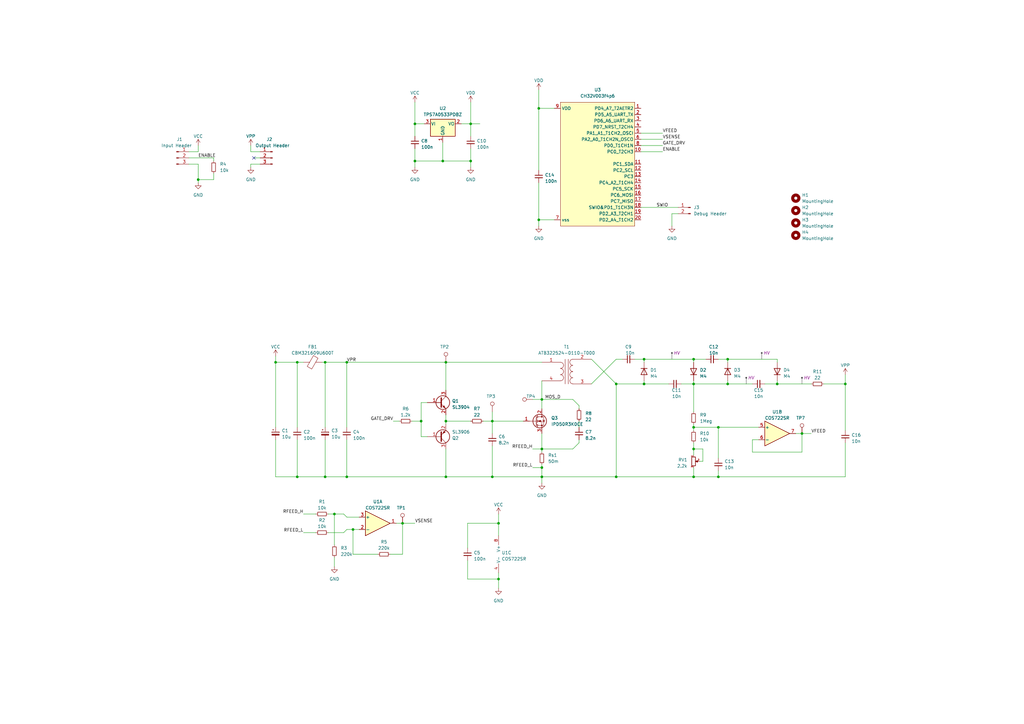
<source format=kicad_sch>
(kicad_sch (version 20230121) (generator eeschema)
  (paper "A3")
  (title_block (title "170V Boost converter and controller") (rev "V1") (company "Alessandro Mauri"))
  (lib_symbols
    (symbol "Amplifier_Operational:AD8620" (pin_names (offset 0.127))
      (property "Reference" "U" (at 0 5.08 0))
      (property "Value" "AD8620" (at 0 -5.08 0))
      (symbol "AD8620_1_1"
        (polyline (pts (xy -5.08 5.08) (xy 5.08 0) (xy -5.08 -5.08) (xy -5.08 5.08)) (stroke (width 0.254)) (fill (type background)))
        (pin output line (at 7.62 0 180) (length 2.54) (name "~") (number "1"))
        (pin input line (at -7.62 -2.54 0) (length 2.54) (name "-") (number "2"))
        (pin input line (at -7.62 2.54 0) (length 2.54) (name "+") (number "3"))
      )
      (symbol "AD8620_2_1"
        (polyline (pts (xy -5.08 5.08) (xy 5.08 0) (xy -5.08 -5.08) (xy -5.08 5.08)) (stroke (width 0.254)) (fill (type background)))
        (pin input line (at -7.62 2.54 0) (length 2.54) (name "+") (number "5"))
        (pin input line (at -7.62 -2.54 0) (length 2.54) (name "-") (number "6"))
        (pin output line (at 7.62 0 180) (length 2.54) (name "~") (number "7"))
      )
      (symbol "AD8620_3_1"
        (pin power_in line (at -2.54 -7.62 90) (length 3.81) (name "V-") (number "4"))
        (pin power_in line (at -2.54 7.62 270) (length 3.81) (name "V+") (number "8"))
      )
    )
    (symbol "CH32V003:CH32V003f4p6"
      (property "Reference" "U" (at 0 31.75 0))
      (property "Value" "CH32V003f4p6" (at -7.62 0 90))
      (symbol "CH32V003f4p6_1_1"
        (rectangle (start -15.24 27.94) (end 15.24 -22.86) (fill (type background)))
        (pin bidirectional line (at 17.78 25.4 180) (length 2.54) (name "PD4_A7_T2AETR2") (number "1"))
        (pin bidirectional line (at 17.78 7.62 180) (length 2.54) (name "PC0_T2CH3") (number "10"))
        (pin bidirectional line (at 17.78 2.54 180) (length 2.54) (name "PC1_SDA") (number "11"))
        (pin bidirectional line (at 17.78 0 180) (length 2.54) (name "PC2_SCL") (number "12"))
        (pin bidirectional line (at 17.78 -2.54 180) (length 2.54) (name "PC3") (number "13"))
        (pin bidirectional line (at 17.78 -5.08 180) (length 2.54) (name "PC4_A2_T1CH4") (number "14"))
        (pin bidirectional line (at 17.78 -7.62 180) (length 2.54) (name "PC5_SCK") (number "15"))
        (pin bidirectional line (at 17.78 -10.16 180) (length 2.54) (name "PC6_MOSI") (number "16"))
        (pin bidirectional line (at 17.78 -12.7 180) (length 2.54) (name "PC7_MISO") (number "17"))
        (pin bidirectional line (at 17.78 -15.24 180) (length 2.54) (name "SWIO&PD1_T1CH3N") (number "18"))
        (pin bidirectional line (at 17.78 -17.78 180) (length 2.54) (name "PD2_A3_T2CH1") (number "19"))
        (pin bidirectional line (at 17.78 22.86 180) (length 2.54) (name "PD5_A5_UART_TX") (number "2"))
        (pin bidirectional line (at 17.78 -20.32 180) (length 2.54) (name "PD2_A4_T1CH2") (number "20"))
        (pin bidirectional line (at 17.78 20.32 180) (length 2.54) (name "PD6_A6_UART_RX") (number "3"))
        (pin bidirectional line (at 17.78 17.78 180) (length 2.54) (name "PD7_NRST_T2CH4") (number "4"))
        (pin bidirectional line (at 17.78 15.24 180) (length 2.54) (name "PA1_A1_T1CH2_OSCI") (number "5"))
        (pin bidirectional line (at 17.78 12.7 180) (length 2.54) (name "PA2_A0_T1CH2N_OSCO") (number "6"))
        (pin power_in line (at -17.78 -20.32 0) (length 2.54) (name "vss") (number "7"))
        (pin bidirectional line (at 17.78 10.16 180) (length 2.54) (name "PD0_T1CH1N") (number "8"))
        (pin power_in line (at -17.78 25.4 0) (length 2.54) (name "VDD") (number "9"))
      )
    )
    (symbol "Connector:Conn_01x02_Pin" (pin_names (offset 1.016) hide)
      (property "Reference" "J" (at 0 2.54 0))
      (property "Value" "Conn_01x02_Pin" (at 0 -5.08 0))
      (symbol "Conn_01x02_Pin_1_1"
        (polyline (pts (xy 1.27 -2.54) (xy 0.8636 -2.54)) (stroke (width 0.1524)))
        (polyline (pts (xy 1.27 0) (xy 0.8636 0)) (stroke (width 0.1524)))
        (rectangle (start 0.8636 -2.413) (end 0 -2.667) (stroke (width 0.1524)) (fill (type outline)))
        (rectangle (start 0.8636 0.127) (end 0 -0.127) (stroke (width 0.1524)) (fill (type outline)))
        (pin passive line (at 5.08 0 180) (length 3.81) (name "Pin_1") (number "1"))
        (pin passive line (at 5.08 -2.54 180) (length 3.81) (name "Pin_2") (number "2"))
      )
    )
    (symbol "Connector:Conn_01x03_Pin" (pin_names (offset 1.016) hide)
      (property "Reference" "J" (at 0 5.08 0))
      (property "Value" "Conn_01x03_Pin" (at 0 -5.08 0))
      (symbol "Conn_01x03_Pin_1_1"
        (polyline (pts (xy 1.27 -2.54) (xy 0.8636 -2.54)) (stroke (width 0.1524)))
        (polyline (pts (xy 1.27 0) (xy 0.8636 0)) (stroke (width 0.1524)))
        (polyline (pts (xy 1.27 2.54) (xy 0.8636 2.54)) (stroke (width 0.1524)))
        (rectangle (start 0.8636 -2.413) (end 0 -2.667) (stroke (width 0.1524)) (fill (type outline)))
        (rectangle (start 0.8636 0.127) (end 0 -0.127) (stroke (width 0.1524)) (fill (type outline)))
        (rectangle (start 0.8636 2.667) (end 0 2.413) (stroke (width 0.1524)) (fill (type outline)))
        (pin passive line (at 5.08 2.54 180) (length 3.81) (name "Pin_1") (number "1"))
        (pin passive line (at 5.08 0 180) (length 3.81) (name "Pin_2") (number "2"))
        (pin passive line (at 5.08 -2.54 180) (length 3.81) (name "Pin_3") (number "3"))
      )
    )
    (symbol "Connector:TestPoint" (pin_numbers hide) (pin_names (offset 0.762) hide)
      (property "Reference" "TP" (at 0 6.858 0))
      (property "Value" "TestPoint" (at 0 5.08 0))
      (symbol "TestPoint_0_1"
        (circle (center 0 3.302) (radius 0.762))
      )
      (symbol "TestPoint_1_1"
        (pin passive line (at 0 0 90) (length 2.54) (name "1") (number "1"))
      )
    )
    (symbol "Device:C_Polarized_Small" (pin_numbers hide) (pin_names (offset 0.254) hide)
      (property "Reference" "C" (at 0.254 1.778 0))
      (property "Value" "C_Polarized_Small" (at 0.254 -2.032 0))
      (symbol "C_Polarized_Small_0_1"
        (rectangle (start -1.524 -0.3048) (end 1.524 -0.6858) (fill (type outline)))
        (rectangle (start -1.524 0.6858) (end 1.524 0.3048))
        (polyline (pts (xy -1.27 1.524) (xy -0.762 1.524)))
        (polyline (pts (xy -1.016 1.27) (xy -1.016 1.778)))
      )
      (symbol "C_Polarized_Small_1_1"
        (pin passive line (at 0 2.54 270) (length 1.8542) (name "~") (number "1"))
        (pin passive line (at 0 -2.54 90) (length 1.8542) (name "~") (number "2"))
      )
    )
    (symbol "Device:C_Small" (pin_numbers hide) (pin_names (offset 0.254) hide)
      (property "Reference" "C" (at 0.254 1.778 0))
      (property "Value" "C_Small" (at 0.254 -2.032 0))
      (symbol "C_Small_0_1"
        (polyline (pts (xy -1.524 -0.508) (xy 1.524 -0.508)) (stroke (width 0.3302)))
        (polyline (pts (xy -1.524 0.508) (xy 1.524 0.508)) (stroke (width 0.3048)))
      )
      (symbol "C_Small_1_1"
        (pin passive line (at 0 2.54 270) (length 2.032) (name "~") (number "1"))
        (pin passive line (at 0 -2.54 90) (length 2.032) (name "~") (number "2"))
      )
    )
    (symbol "Device:FerriteBead" (pin_numbers hide) (pin_names (offset 0))
      (property "Reference" "FB" (at -3.81 0.635 90))
      (property "Value" "FerriteBead" (at 3.81 0 90))
      (symbol "FerriteBead_0_1"
        (polyline (pts (xy 0 -1.27) (xy 0 -1.2192)))
        (polyline (pts (xy 0 1.27) (xy 0 1.2954)))
        (polyline (pts (xy -2.7686 0.4064) (xy -1.7018 2.2606) (xy 2.7686 -0.3048) (xy 1.6764 -2.159) (xy -2.7686 0.4064)))
      )
      (symbol "FerriteBead_1_1"
        (pin passive line (at 0 3.81 270) (length 2.54) (name "~") (number "1"))
        (pin passive line (at 0 -3.81 90) (length 2.54) (name "~") (number "2"))
      )
    )
    (symbol "Device:R_Potentiometer_Small" (pin_names (offset 1.016) hide)
      (property "Reference" "RV" (at -4.445 0 90))
      (property "Value" "R_Potentiometer_Small" (at -2.54 0 90))
      (symbol "R_Potentiometer_Small_0_1"
        (polyline (pts (xy 0.889 0) (xy 0.635 0) (xy 1.651 0.381) (xy 1.651 -0.381) (xy 0.635 0) (xy 0.889 0)) (fill (type outline)))
        (rectangle (start 0.762 1.8034) (end -0.762 -1.8034) (stroke (width 0.254)))
      )
      (symbol "R_Potentiometer_Small_1_1"
        (pin passive line (at 0 2.54 270) (length 0.635) (name "1") (number "1"))
        (pin passive line (at 2.54 0 180) (length 0.9906) (name "2") (number "2"))
        (pin passive line (at 0 -2.54 90) (length 0.635) (name "3") (number "3"))
      )
    )
    (symbol "Device:R_Small" (pin_numbers hide) (pin_names (offset 0.254) hide)
      (property "Reference" "R" (at 0.762 0.508 0))
      (property "Value" "R_Small" (at 0.762 -1.016 0))
      (symbol "R_Small_0_1"
        (rectangle (start -0.762 1.778) (end 0.762 -1.778) (stroke (width 0.2032)))
      )
      (symbol "R_Small_1_1"
        (pin passive line (at 0 2.54 270) (length 0.762) (name "~") (number "1"))
        (pin passive line (at 0 -2.54 90) (length 0.762) (name "~") (number "2"))
      )
    )
    (symbol "Diode:US2FA" (pin_numbers hide) (pin_names hide)
      (property "Reference" "D" (at 0 2.54 0))
      (property "Value" "US2FA" (at 0 -2.54 0))
      (symbol "US2FA_0_1"
        (polyline (pts (xy -1.27 1.27) (xy -1.27 -1.27)) (stroke (width 0.254)))
        (polyline (pts (xy 1.27 0) (xy -1.27 0)))
        (polyline (pts (xy 1.27 1.27) (xy 1.27 -1.27) (xy -1.27 0) (xy 1.27 1.27)) (stroke (width 0.254)))
      )
      (symbol "US2FA_1_1"
        (pin passive line (at -3.81 0 0) (length 2.54) (name "K") (number "1"))
        (pin passive line (at 3.81 0 180) (length 2.54) (name "A") (number "2"))
      )
    )
    (symbol "Mechanical:MountingHole" (pin_names (offset 1.016))
      (property "Reference" "H" (at 0 5.08 0))
      (property "Value" "MountingHole" (at 0 3.175 0))
      (symbol "MountingHole_0_1"
        (circle (center 0 0) (radius 1.27) (stroke (width 1.27)))
      )
    )
    (symbol "Regulator_Linear:TPS7A0533PDBZ" (pin_names (offset 0.254))
      (property "Reference" "U" (at -3.81 3.175 0))
      (property "Value" "TPS7A0533PDBZ" (at 0 3.175 0))
      (symbol "TPS7A0533PDBZ_0_1"
        (rectangle (start -5.08 -5.08) (end 5.08 1.905) (stroke (width 0.254)) (fill (type background)))
      )
      (symbol "TPS7A0533PDBZ_1_1"
        (pin power_in line (at 0 -7.62 90) (length 2.54) (name "GND") (number "1"))
        (pin power_out line (at 7.62 0 180) (length 2.54) (name "VO") (number "2"))
        (pin power_in line (at -7.62 0 0) (length 2.54) (name "VI") (number "3"))
      )
    )
    (symbol "Transistor_BJT:MMBT3904" (pin_names (offset 0) hide)
      (property "Reference" "Q" (at 5.08 1.905 0))
      (property "Value" "MMBT3904" (at 5.08 0 0))
      (symbol "MMBT3904_0_1"
        (polyline (pts (xy 0.635 0.635) (xy 2.54 2.54)))
        (polyline (pts (xy 0.635 -0.635) (xy 2.54 -2.54) (xy 2.54 -2.54)))
        (polyline (pts (xy 0.635 1.905) (xy 0.635 -1.905) (xy 0.635 -1.905)) (stroke (width 0.508)))
        (polyline (pts (xy 1.27 -1.778) (xy 1.778 -1.27) (xy 2.286 -2.286) (xy 1.27 -1.778) (xy 1.27 -1.778)) (fill (type outline)))
        (circle (center 1.27 0) (radius 2.8194) (stroke (width 0.254)))
      )
      (symbol "MMBT3904_1_1"
        (pin input line (at -5.08 0 0) (length 5.715) (name "B") (number "1"))
        (pin passive line (at 2.54 -5.08 90) (length 2.54) (name "E") (number "2"))
        (pin passive line (at 2.54 5.08 270) (length 2.54) (name "C") (number "3"))
      )
    )
    (symbol "Transistor_BJT:MMBT3906" (pin_names (offset 0) hide)
      (property "Reference" "Q" (at 5.08 1.905 0))
      (property "Value" "MMBT3906" (at 5.08 0 0))
      (symbol "MMBT3906_0_1"
        (polyline (pts (xy 0.635 0.635) (xy 2.54 2.54)))
        (polyline (pts (xy 0.635 -0.635) (xy 2.54 -2.54) (xy 2.54 -2.54)))
        (polyline (pts (xy 0.635 1.905) (xy 0.635 -1.905) (xy 0.635 -1.905)) (stroke (width 0.508)))
        (polyline (pts (xy 2.286 -1.778) (xy 1.778 -2.286) (xy 1.27 -1.27) (xy 2.286 -1.778) (xy 2.286 -1.778)) (fill (type outline)))
        (circle (center 1.27 0) (radius 2.8194) (stroke (width 0.254)))
      )
      (symbol "MMBT3906_1_1"
        (pin input line (at -5.08 0 0) (length 5.715) (name "B") (number "1"))
        (pin passive line (at 2.54 -5.08 90) (length 2.54) (name "E") (number "2"))
        (pin passive line (at 2.54 5.08 270) (length 2.54) (name "C") (number "3"))
      )
    )
    (symbol "Transistor_FET:IPD50R3K0CE" (pin_names hide)
      (property "Reference" "Q" (at 5.08 1.905 0))
      (property "Value" "IPD50R3K0CE" (at 5.08 0 0))
      (symbol "IPD50R3K0CE_0_1"
        (polyline (pts (xy 0.254 0) (xy -2.54 0)))
        (polyline (pts (xy 0.254 1.905) (xy 0.254 -1.905)) (stroke (width 0.254)))
        (polyline (pts (xy 0.762 -1.27) (xy 0.762 -2.286)) (stroke (width 0.254)))
        (polyline (pts (xy 0.762 0.508) (xy 0.762 -0.508)) (stroke (width 0.254)))
        (polyline (pts (xy 0.762 2.286) (xy 0.762 1.27)) (stroke (width 0.254)))
        (polyline (pts (xy 2.54 2.54) (xy 2.54 1.778)))
        (polyline (pts (xy 2.54 -2.54) (xy 2.54 0) (xy 0.762 0)))
        (polyline (pts (xy 0.762 -1.778) (xy 3.302 -1.778) (xy 3.302 1.778) (xy 0.762 1.778)))
        (polyline (pts (xy 1.016 0) (xy 2.032 0.381) (xy 2.032 -0.381) (xy 1.016 0)) (fill (type outline)))
        (polyline (pts (xy 2.794 0.508) (xy 2.921 0.381) (xy 3.683 0.381) (xy 3.81 0.254)))
        (polyline (pts (xy 3.302 0.381) (xy 2.921 -0.254) (xy 3.683 -0.254) (xy 3.302 0.381)))
        (circle (center 1.651 0) (radius 2.794) (stroke (width 0.254)))
        (circle (center 2.54 -1.778) (radius 0.254) (fill (type outline)))
        (circle (center 2.54 1.778) (radius 0.254) (fill (type outline)))
      )
      (symbol "IPD50R3K0CE_1_1"
        (pin input line (at -5.08 0 0) (length 2.54) (name "G") (number "1"))
        (pin passive line (at 2.54 5.08 270) (length 2.54) (name "D") (number "2"))
        (pin passive line (at 2.54 -5.08 90) (length 2.54) (name "S") (number "3"))
      )
    )
    (symbol "lcsc_misc:ATB322524-0110-T000"
      (property "Reference" "T" (at 0 3.81 0))
      (property "Value" "ATB322524-0110-T000" (at 1.27 1.27 0))
      (symbol "ATB322524-0110-T000_0_1"
        (arc (start -2.54 -11.4046) (mid -1.6561 -11.0363) (end -1.27 -10.16))
        (arc (start -2.54 -8.8646) (mid -1.6561 -8.4963) (end -1.27 -7.62))
        (arc (start -2.54 -6.3246) (mid -1.6561 -5.9563) (end -1.27 -5.08))
        (arc (start -1.27 -10.16) (mid -1.642 -9.262) (end -2.54 -8.89))
        (arc (start -1.27 -7.62) (mid -1.642 -6.722) (end -2.54 -6.35))
        (arc (start -1.27 -5.08) (mid -1.642 -4.182) (end -2.54 -3.81))
        (polyline (pts (xy -0.635 -2.54) (xy -0.635 -12.7)))
        (polyline (pts (xy 0.635 -12.7) (xy 0.635 -2.54)))
        (arc (start 1.2954 -8.89) (mid 1.6599 -9.7701) (end 2.54 -10.1346))
        (arc (start 1.2954 -6.35) (mid 1.6599 -7.2301) (end 2.54 -7.5946))
        (arc (start 1.2954 -3.81) (mid 1.6599 -4.6901) (end 2.54 -5.0546))
        (arc (start 1.3208 -11.43) (mid 1.6854 -12.3099) (end 2.5654 -12.6746))
        (arc (start 2.54 -7.62) (mid 1.6458 -7.9885) (end 1.2954 -8.89))
        (arc (start 2.54 -5.08) (mid 1.6458 -5.4485) (end 1.2954 -6.35))
        (arc (start 2.54 -2.54) (mid 1.6458 -2.9085) (end 1.2954 -3.81))
        (arc (start 2.5654 -10.16) (mid 1.6709 -10.5283) (end 1.3208 -11.43))
      )
      (symbol "ATB322524-0110-T000_1_1"
        (pin passive line (at -10.16 -3.81 0) (length 7.62) (name "") (number "1"))
        (pin passive line (at 10.16 -2.54 180) (length 7.62) (name "") (number "2"))
        (pin passive line (at 10.16 -12.7 180) (length 7.62) (name "") (number "3"))
        (pin passive line (at -10.16 -11.43 0) (length 7.62) (name "") (number "4"))
      )
    )
    (symbol "power:GND" (power) (pin_names (offset 0))
      (property "Value" "GND" (at 0 -3.81 0))
      (symbol "GND_0_1"
        (polyline (pts (xy 0 0) (xy 0 -1.27) (xy 1.27 -1.27) (xy 0 -2.54) (xy -1.27 -1.27) (xy 0 -1.27)))
      )
      (symbol "GND_1_1"
        (pin power_in line (at 0 0 270) (length 0) hide (name "GND") (number "1"))
      )
    )
    (symbol "power:VCC" (power) (pin_names (offset 0))
      (property "Value" "VCC" (at 0 3.81 0))
      (symbol "VCC_0_1"
        (polyline (pts (xy -0.762 1.27) (xy 0 2.54)))
        (polyline (pts (xy 0 0) (xy 0 2.54)))
        (polyline (pts (xy 0 2.54) (xy 0.762 1.27)))
      )
      (symbol "VCC_1_1"
        (pin power_in line (at 0 0 90) (length 0) hide (name "VCC") (number "1"))
      )
    )
    (symbol "power:VDD" (power) (pin_names (offset 0))
      (property "Value" "VDD" (at 0 3.81 0))
      (symbol "VDD_0_1"
        (polyline (pts (xy -0.762 1.27) (xy 0 2.54)))
        (polyline (pts (xy 0 0) (xy 0 2.54)))
        (polyline (pts (xy 0 2.54) (xy 0.762 1.27)))
      )
      (symbol "VDD_1_1"
        (pin power_in line (at 0 0 90) (length 0) hide (name "VDD") (number "1"))
      )
    )
    (symbol "power:VPP" (power) (pin_names (offset 0))
      (property "Value" "VPP" (at 0 3.81 0))
      (symbol "VPP_0_1"
        (polyline (pts (xy -0.762 1.27) (xy 0 2.54)))
        (polyline (pts (xy 0 0) (xy 0 2.54)))
        (polyline (pts (xy 0 2.54) (xy 0.762 1.27)))
      )
      (symbol "VPP_1_1"
        (pin power_in line (at 0 0 90) (length 0) hide (name "VPP") (number "1"))
      )
    )
  )
  (junction (at 220.98 44.45))
  (junction (at 318.77 157.48))
  (junction (at 181.61 66.04))
  (junction (at 284.48 175.26))
  (junction (at 121.92 195.58))
  (junction (at 142.24 195.58))
  (junction (at 201.93 195.58))
  (junction (at 328.93 177.8))
  (junction (at 298.45 157.48))
  (junction (at 144.78 217.17))
  (junction (at 284.48 195.58))
  (junction (at 165.1 214.63))
  (junction (at 252.73 195.58))
  (junction (at 81.28 73.66))
  (junction (at 137.16 210.82))
  (junction (at 201.93 172.72))
  (junction (at 182.88 195.58))
  (junction (at 346.71 157.48))
  (junction (at 264.16 147.32))
  (junction (at 172.72 172.72))
  (junction (at 264.16 157.48))
  (junction (at 142.24 148.59))
  (junction (at 284.48 147.32))
  (junction (at 222.25 195.58))
  (junction (at 133.35 148.59))
  (junction (at 294.64 195.58))
  (junction (at 252.73 157.48))
  (junction (at 121.92 148.59))
  (junction (at 220.98 90.17))
  (junction (at 284.48 157.48))
  (junction (at 193.04 66.04))
  (junction (at 204.47 237.49))
  (junction (at 298.45 147.32))
  (junction (at 170.18 66.04))
  (junction (at 204.47 214.63))
  (junction (at 182.88 148.59))
  (junction (at 222.25 191.77))
  (junction (at 294.64 175.26))
  (junction (at 170.18 50.8))
  (junction (at 182.88 172.72))
  (junction (at 113.03 148.59))
  (junction (at 133.35 195.58))
  (junction (at 284.48 184.15))
  (junction (at 222.25 163.83))
  (junction (at 222.25 184.15))
  (junction (at 193.04 50.8))
  (no_connect (at 104.14 64.77))
  (wire (pts (xy 134.62 210.82) (xy 137.16 210.82)))
  (wire (pts (xy 182.88 148.59) (xy 222.25 148.59)))
  (wire (pts (xy 170.18 60.96) (xy 170.18 66.04)))
  (wire (pts (xy 113.03 148.59) (xy 113.03 175.26)))
  (wire (pts (xy 237.49 181.61) (xy 234.95 184.15)))
  (wire (pts (xy 182.88 195.58) (xy 201.93 195.58)))
  (wire (pts (xy 220.98 74.93) (xy 220.98 90.17)))
  (wire (pts (xy 288.29 184.15) (xy 288.29 189.23)))
  (wire (pts (xy 284.48 147.32) (xy 284.48 148.59)))
  (wire (pts (xy 294.64 195.58) (xy 346.71 195.58)))
  (wire (pts (xy 134.62 218.44) (xy 140.97 218.44)))
  (wire (pts (xy 193.04 41.91) (xy 193.04 50.8)))
  (wire (pts (xy 308.61 180.34) (xy 308.61 185.42)))
  (wire (pts (xy 222.25 190.5) (xy 222.25 191.77)))
  (wire (pts (xy 337.82 157.48) (xy 346.71 157.48)))
  (wire (pts (xy 252.73 157.48) (xy 264.16 157.48)))
  (wire (pts (xy 132.08 148.59) (xy 133.35 148.59)))
  (wire (pts (xy 264.16 157.48) (xy 274.32 157.48)))
  (wire (pts (xy 104.14 64.77) (xy 106.68 64.77)))
  (wire (pts (xy 204.47 237.49) (xy 204.47 241.3)))
  (wire (pts (xy 222.25 163.83) (xy 222.25 167.64)))
  (wire (pts (xy 222.25 195.58) (xy 222.25 198.12)))
  (wire (pts (xy 237.49 166.37) (xy 234.95 163.83)))
  (wire (pts (xy 193.04 66.04) (xy 193.04 68.58)))
  (wire (pts (xy 137.16 228.6) (xy 137.16 232.41)))
  (wire (pts (xy 284.48 175.26) (xy 284.48 176.53)))
  (wire (pts (xy 242.57 147.32) (xy 252.73 157.48)))
  (wire (pts (xy 87.63 64.77) (xy 87.63 66.04)))
  (wire (pts (xy 137.16 210.82) (xy 137.16 223.52)))
  (wire (pts (xy 165.1 214.63) (xy 170.18 214.63)))
  (wire (pts (xy 284.48 157.48) (xy 298.45 157.48)))
  (wire (pts (xy 181.61 58.42) (xy 181.61 66.04)))
  (wire (pts (xy 87.63 71.12) (xy 87.63 73.66)))
  (wire (pts (xy 252.73 195.58) (xy 284.48 195.58)))
  (wire (pts (xy 102.87 67.31) (xy 106.68 67.31)))
  (wire (pts (xy 287.02 189.23) (xy 288.29 189.23)))
  (wire (pts (xy 121.92 148.59) (xy 124.46 148.59)))
  (wire (pts (xy 222.25 184.15) (xy 234.95 184.15)))
  (wire (pts (xy 204.47 210.82) (xy 204.47 214.63)))
  (wire (pts (xy 133.35 148.59) (xy 133.35 175.26)))
  (wire (pts (xy 144.78 217.17) (xy 144.78 227.33)))
  (wire (pts (xy 144.78 227.33) (xy 154.94 227.33)))
  (wire (pts (xy 121.92 195.58) (xy 133.35 195.58)))
  (wire (pts (xy 142.24 148.59) (xy 142.24 175.26)))
  (wire (pts (xy 113.03 146.05) (xy 113.03 148.59)))
  (wire (pts (xy 262.89 59.69) (xy 271.78 59.69)))
  (wire (pts (xy 113.03 180.34) (xy 113.03 195.58)))
  (wire (pts (xy 133.35 195.58) (xy 142.24 195.58)))
  (wire (pts (xy 81.28 67.31) (xy 81.28 73.66)))
  (wire (pts (xy 133.35 148.59) (xy 142.24 148.59)))
  (wire (pts (xy 264.16 147.32) (xy 284.48 147.32)))
  (wire (pts (xy 284.48 184.15) (xy 284.48 186.69)))
  (wire (pts (xy 313.69 157.48) (xy 318.77 157.48)))
  (wire (pts (xy 222.25 156.21) (xy 222.25 163.83)))
  (wire (pts (xy 201.93 195.58) (xy 222.25 195.58)))
  (wire (pts (xy 278.13 87.63) (xy 275.59 87.63)))
  (wire (pts (xy 191.77 229.87) (xy 191.77 237.49)))
  (wire (pts (xy 294.64 175.26) (xy 294.64 187.96)))
  (wire (pts (xy 318.77 157.48) (xy 332.74 157.48)))
  (wire (pts (xy 220.98 36.83) (xy 220.98 44.45)))
  (wire (pts (xy 181.61 66.04) (xy 193.04 66.04)))
  (wire (pts (xy 220.98 90.17) (xy 220.98 92.71)))
  (wire (pts (xy 140.97 218.44) (xy 142.24 217.17)))
  (wire (pts (xy 264.16 147.32) (xy 264.16 148.59)))
  (wire (pts (xy 218.44 184.15) (xy 222.25 184.15)))
  (wire (pts (xy 162.56 214.63) (xy 165.1 214.63)))
  (wire (pts (xy 284.48 181.61) (xy 284.48 184.15)))
  (wire (pts (xy 318.77 156.21) (xy 318.77 157.48)))
  (wire (pts (xy 284.48 147.32) (xy 289.56 147.32)))
  (wire (pts (xy 222.25 163.83) (xy 234.95 163.83)))
  (wire (pts (xy 196.85 50.8) (xy 193.04 50.8)))
  (wire (pts (xy 124.46 210.82) (xy 129.54 210.82)))
  (wire (pts (xy 201.93 168.91) (xy 201.93 172.72)))
  (wire (pts (xy 218.44 191.77) (xy 222.25 191.77)))
  (wire (pts (xy 133.35 180.34) (xy 133.35 195.58)))
  (wire (pts (xy 318.77 147.32) (xy 318.77 148.59)))
  (wire (pts (xy 124.46 218.44) (xy 129.54 218.44)))
  (wire (pts (xy 182.88 170.18) (xy 182.88 172.72)))
  (wire (pts (xy 298.45 156.21) (xy 298.45 157.48)))
  (wire (pts (xy 81.28 73.66) (xy 81.28 74.93)))
  (wire (pts (xy 201.93 182.88) (xy 201.93 195.58)))
  (wire (pts (xy 298.45 157.48) (xy 308.61 157.48)))
  (wire (pts (xy 172.72 165.1) (xy 175.26 165.1)))
  (wire (pts (xy 77.47 64.77) (xy 87.63 64.77)))
  (wire (pts (xy 189.23 50.8) (xy 193.04 50.8)))
  (wire (pts (xy 170.18 50.8) (xy 170.18 55.88)))
  (wire (pts (xy 284.48 195.58) (xy 294.64 195.58)))
  (wire (pts (xy 113.03 195.58) (xy 121.92 195.58)))
  (wire (pts (xy 294.64 147.32) (xy 298.45 147.32)))
  (wire (pts (xy 308.61 185.42) (xy 328.93 185.42)))
  (wire (pts (xy 220.98 90.17) (xy 227.33 90.17)))
  (wire (pts (xy 279.4 157.48) (xy 284.48 157.48)))
  (wire (pts (xy 142.24 212.09) (xy 147.32 212.09)))
  (wire (pts (xy 81.28 59.69) (xy 81.28 62.23)))
  (wire (pts (xy 220.98 44.45) (xy 220.98 69.85)))
  (wire (pts (xy 284.48 156.21) (xy 284.48 157.48)))
  (wire (pts (xy 113.03 148.59) (xy 121.92 148.59)))
  (wire (pts (xy 284.48 191.77) (xy 284.48 195.58)))
  (wire (pts (xy 204.47 214.63) (xy 204.47 219.71)))
  (wire (pts (xy 222.25 195.58) (xy 252.73 195.58)))
  (wire (pts (xy 182.88 172.72) (xy 193.04 172.72)))
  (wire (pts (xy 142.24 180.34) (xy 142.24 195.58)))
  (wire (pts (xy 168.91 172.72) (xy 172.72 172.72)))
  (wire (pts (xy 346.71 157.48) (xy 346.71 176.53)))
  (wire (pts (xy 102.87 67.31) (xy 102.87 68.58)))
  (wire (pts (xy 102.87 59.69) (xy 102.87 62.23)))
  (wire (pts (xy 262.89 57.15) (xy 271.78 57.15)))
  (wire (pts (xy 191.77 214.63) (xy 191.77 224.79)))
  (wire (pts (xy 222.25 177.8) (xy 222.25 184.15)))
  (wire (pts (xy 328.93 177.8) (xy 332.74 177.8)))
  (wire (pts (xy 218.44 163.83) (xy 222.25 163.83)))
  (wire (pts (xy 160.02 227.33) (xy 165.1 227.33)))
  (wire (pts (xy 284.48 157.48) (xy 284.48 168.91)))
  (wire (pts (xy 328.93 177.8) (xy 328.93 185.42)))
  (wire (pts (xy 121.92 148.59) (xy 121.92 175.26)))
  (wire (pts (xy 262.89 54.61) (xy 271.78 54.61)))
  (wire (pts (xy 264.16 156.21) (xy 264.16 157.48)))
  (wire (pts (xy 170.18 66.04) (xy 181.61 66.04)))
  (wire (pts (xy 237.49 166.37) (xy 237.49 167.64)))
  (wire (pts (xy 170.18 66.04) (xy 170.18 68.58)))
  (wire (pts (xy 222.25 184.15) (xy 222.25 185.42)))
  (wire (pts (xy 137.16 210.82) (xy 140.97 210.82)))
  (wire (pts (xy 308.61 180.34) (xy 311.15 180.34)))
  (wire (pts (xy 242.57 157.48) (xy 252.73 147.32)))
  (wire (pts (xy 170.18 50.8) (xy 173.99 50.8)))
  (wire (pts (xy 275.59 87.63) (xy 275.59 92.71)))
  (wire (pts (xy 284.48 175.26) (xy 294.64 175.26)))
  (wire (pts (xy 204.47 234.95) (xy 204.47 237.49)))
  (wire (pts (xy 182.88 172.72) (xy 182.88 173.99)))
  (wire (pts (xy 193.04 60.96) (xy 193.04 66.04)))
  (wire (pts (xy 326.39 177.8) (xy 328.93 177.8)))
  (wire (pts (xy 77.47 62.23) (xy 81.28 62.23)))
  (wire (pts (xy 142.24 195.58) (xy 182.88 195.58)))
  (wire (pts (xy 165.1 214.63) (xy 165.1 227.33)))
  (wire (pts (xy 172.72 179.07) (xy 175.26 179.07)))
  (wire (pts (xy 182.88 184.15) (xy 182.88 195.58)))
  (wire (pts (xy 142.24 217.17) (xy 144.78 217.17)))
  (wire (pts (xy 193.04 50.8) (xy 193.04 55.88)))
  (wire (pts (xy 220.98 44.45) (xy 227.33 44.45)))
  (wire (pts (xy 284.48 173.99) (xy 284.48 175.26)))
  (wire (pts (xy 182.88 148.59) (xy 182.88 160.02)))
  (wire (pts (xy 298.45 147.32) (xy 298.45 148.59)))
  (wire (pts (xy 81.28 67.31) (xy 77.47 67.31)))
  (wire (pts (xy 262.89 62.23) (xy 271.78 62.23)))
  (wire (pts (xy 144.78 217.17) (xy 147.32 217.17)))
  (wire (pts (xy 198.12 172.72) (xy 201.93 172.72)))
  (wire (pts (xy 191.77 214.63) (xy 204.47 214.63)))
  (wire (pts (xy 222.25 191.77) (xy 222.25 195.58)))
  (wire (pts (xy 237.49 172.72) (xy 237.49 175.26)))
  (wire (pts (xy 172.72 165.1) (xy 172.72 172.72)))
  (wire (pts (xy 172.72 172.72) (xy 172.72 179.07)))
  (wire (pts (xy 201.93 172.72) (xy 214.63 172.72)))
  (wire (pts (xy 260.35 147.32) (xy 264.16 147.32)))
  (wire (pts (xy 252.73 157.48) (xy 252.73 195.58)))
  (wire (pts (xy 294.64 193.04) (xy 294.64 195.58)))
  (wire (pts (xy 346.71 153.67) (xy 346.71 157.48)))
  (wire (pts (xy 201.93 172.72) (xy 201.93 177.8)))
  (wire (pts (xy 284.48 184.15) (xy 288.29 184.15)))
  (wire (pts (xy 237.49 180.34) (xy 237.49 181.61)))
  (wire (pts (xy 140.97 210.82) (xy 142.24 212.09)))
  (wire (pts (xy 252.73 147.32) (xy 255.27 147.32)))
  (wire (pts (xy 298.45 147.32) (xy 318.77 147.32)))
  (wire (pts (xy 161.29 172.72) (xy 163.83 172.72)))
  (wire (pts (xy 81.28 73.66) (xy 87.63 73.66)))
  (wire (pts (xy 170.18 41.91) (xy 170.18 50.8)))
  (wire (pts (xy 294.64 175.26) (xy 311.15 175.26)))
  (wire (pts (xy 262.89 85.09) (xy 278.13 85.09)))
  (wire (pts (xy 346.71 181.61) (xy 346.71 195.58)))
  (wire (pts (xy 102.87 62.23) (xy 106.68 62.23)))
  (wire (pts (xy 121.92 180.34) (xy 121.92 195.58)))
  (wire (pts (xy 191.77 237.49) (xy 204.47 237.49)))
  (wire (pts (xy 142.24 148.59) (xy 182.88 148.59)))
  (label "VFEED" (at 271.78 54.61 0))
  (label "RFEED_H" (at 218.44 184.15 180))
  (label "ENABLE" (at 271.78 62.23 0))
  (label "GATE_DRV" (at 161.29 172.72 180))
  (label "VFEED" (at 332.74 177.8 0))
  (label "RFEED_H" (at 124.46 210.82 180))
  (label "VSENSE" (at 271.78 57.15 0))
  (label "GATE_DRV" (at 271.78 59.69 0))
  (label "VSENSE" (at 170.18 214.63 0))
  (label "VPR" (at 142.24 148.59 0))
  (label "ENABLE" (at 81.28 64.77 0))
  (label "RFEED_L" (at 124.46 218.44 180))
  (label "MOS_D" (at 223.52 163.83 0))
  (label "RFEED_L" (at 218.44 191.77 180))
  (label "SWIO" (at 269.24 85.09 0))
  (netclass_flag "" (length 2.54) (shape dot) (at 275.59 147.32 0) (property "Netclass" "HV" (at 276.2885 144.78 0) (effects (font italic) (justify left))))
  (netclass_flag "" (length 2.54) (shape dot) (at 312.42 147.32 0) (property "Netclass" "HV" (at 313.1185 144.78 0) (effects (font italic) (justify left))))
  (netclass_flag "" (length 2.54) (shape dot) (at 306.07 157.48 0) (property "Netclass" "HV" (at 306.7685 154.94 0) (effects (font italic) (justify left))))
  (netclass_flag "" (length 2.54) (shape dot) (at 328.93 157.48 0) (property "Netclass" "HV" (at 329.6285 154.94 0) (effects (font italic) (justify left))))
  (symbol (lib_id "Diode:US2FA") (at 284.48 152.4 90) (unit 1)
    (property "Reference" "D2" (at 287.02 151.765 90) (effects (justify right)))
    (property "Value" "M4" (at 287.02 154.305 90) (effects (justify right)))
    (property "Footprint" "Diode_SMD:D_SMA" (effects hide))
    (property "Datasheet" "https://datasheet.lcsc.com/lcsc/1912111437_Shandong-Jingdao-Microelectronics-M4_C383019.pdf" (effects hide))
    (property "Sim.Device" "D" (effects hide))
    (property "Sim.Pins" "1=K 2=A" (effects hide))
    (property "LCSC" "C383019" (effects hide))
  )
  (symbol (lib_id "Device:C_Small") (at 142.24 177.8 0) (unit 1)
    (property "Reference" "C4" (at 144.78 177.1713 0) (effects (justify left)))
    (property "Value" "100n" (at 144.78 179.7113 0) (effects (justify left)))
    (property "Footprint" "Capacitor_SMD:C_0805_2012Metric_Pad1.18x1.45mm_HandSolder" (effects hide))
    (property "LCSC" "C38141" (effects hide))
  )
  (symbol (lib_id "Device:C_Polarized_Small") (at 113.03 177.8 0) (unit 1)
    (property "Reference" "C1" (at 115.57 176.6189 0) (effects (justify left)))
    (property "Value" "10u" (at 115.57 179.1589 0) (effects (justify left)))
    (property "Footprint" "Capacitor_SMD:CP_Elec_4x5.4" (effects hide))
    (property "LCSC" "C72485" (effects hide))
  )
  (symbol (lib_id "Regulator_Linear:TPS7A0533PDBZ") (at 181.61 50.8 0) (unit 1)
    (property "Reference" "U2" (at 181.61 44.45 0))
    (property "Value" "TPS7A0533PDBZ" (at 181.61 46.99 0))
    (property "Footprint" "Package_TO_SOT_SMD:SOT-23" (effects hide))
    (property "Datasheet" "https://www.ti.com/lit/ds/symlink/tps7a05.pdf" (effects hide))
  )
  (symbol (lib_id "power:VCC") (at 81.28 59.69 0) (unit 1)
    (property "Reference" "#PWR03" (effects hide))
    (property "Value" "VCC" (at 81.28 55.88 0))
  )
  (symbol (lib_id "Device:R_Potentiometer_Small") (at 284.48 189.23 0) (unit 1)
    (property "Reference" "RV1" (at 281.94 188.595 0) (effects (justify right)))
    (property "Value" "2.2k" (at 281.94 191.135 0) (effects (justify right)))
    (property "Footprint" "lcsc_misc:VG039NCHXTB222" (effects hide))
    (property "LCSC" "C145162" (effects hide))
  )
  (symbol (lib_id "Diode:US2FA") (at 264.16 152.4 270) (unit 1)
    (property "Reference" "D1" (at 266.7 151.765 90) (effects (justify left)))
    (property "Value" "M4" (at 266.7 154.305 90) (effects (justify left)))
    (property "Footprint" "Diode_SMD:D_SMA" (effects hide))
    (property "Datasheet" "https://datasheet.lcsc.com/lcsc/1912111437_Shandong-Jingdao-Microelectronics-M4_C383019.pdf" (effects hide))
    (property "Sim.Device" "D" (effects hide))
    (property "Sim.Pins" "1=K 2=A" (effects hide))
    (property "LCSC" "C383019" (effects hide))
  )
  (symbol (lib_id "power:GND") (at 102.87 68.58 0) (unit 1)
    (property "Reference" "#PWR06" (effects hide))
    (property "Value" "GND" (at 102.87 73.66 0))
  )
  (symbol (lib_id "Mechanical:MountingHole") (at 326.39 96.52 0) (unit 1)
    (property "Reference" "H4" (at 328.93 95.25 0) (effects (justify left)))
    (property "Value" "MountingHole" (at 328.93 97.79 0) (effects (justify left)))
    (property "Footprint" "MountingHole:MountingHole_2.2mm_M2_DIN965" (effects hide))
  )
  (symbol (lib_id "Device:C_Small") (at 193.04 58.42 0) (unit 1)
    (property "Reference" "C10" (at 195.58 57.7913 0) (effects (justify left)))
    (property "Value" "100n" (at 195.58 60.3313 0) (effects (justify left)))
    (property "Footprint" "Capacitor_SMD:C_0805_2012Metric_Pad1.18x1.45mm_HandSolder" (effects hide))
    (property "LCSC" "C38141" (effects hide))
  )
  (symbol (lib_id "Device:R_Small") (at 132.08 210.82 90) (mirror x) (unit 1)
    (property "Reference" "R1" (at 132.08 205.74 90))
    (property "Value" "10k" (at 132.08 208.28 90))
    (property "Footprint" "Resistor_SMD:R_0805_2012Metric_Pad1.20x1.40mm_HandSolder" (effects hide))
    (property "LCSC" "C17513" (effects hide))
  )
  (symbol (lib_id "Connector:TestPoint") (at 218.44 163.83 90) (unit 1)
    (property "Reference" "TP4" (at 215.9 162.56 90) (effects (justify right)))
    (property "Value" "TestPoint" (effects hide))
    (property "Footprint" "TestPoint:TestPoint_Pad_D1.5mm" (effects hide))
  )
  (symbol (lib_id "Connector:TestPoint") (at 328.93 177.8 0) (unit 1)
    (property "Reference" "TP7" (at 330.2 171.45 0) (effects (justify right)))
    (property "Value" "TestPoint" (effects hide))
    (property "Footprint" "TestPoint:TestPoint_Pad_D1.5mm" (effects hide))
  )
  (symbol (lib_id "power:VDD") (at 193.04 41.91 0) (unit 1)
    (property "Reference" "#PWR012" (effects hide))
    (property "Value" "VDD" (at 193.04 38.1 0))
  )
  (symbol (lib_id "power:GND") (at 222.25 198.12 0) (unit 1)
    (property "Reference" "#PWR09" (effects hide))
    (property "Value" "GND" (at 222.25 203.2 0))
  )
  (symbol (lib_id "Transistor_BJT:MMBT3906") (at 180.34 179.07 0) (mirror x) (unit 1)
    (property "Reference" "Q2" (at 185.42 179.705 0) (effects (justify left)))
    (property "Value" "SL3906" (at 185.42 177.165 0) (effects (justify left)))
    (property "Footprint" "Package_TO_SOT_SMD:SOT-23_Handsoldering" (effects hide))
    (property "Datasheet" "https://datasheet.lcsc.com/lcsc/1912111437_Slkor-SLKORMICRO-Elec--SL3906_C337069.pdf" (effects hide))
    (property "LCSC" "C337069" (effects hide))
  )
  (symbol (lib_id "Device:FerriteBead") (at 128.27 148.59 90) (unit 1)
    (property "Reference" "FB1" (at 128.2192 142.24 90))
    (property "Value" "CBM321609U600T" (at 128.2192 144.78 90))
    (property "Footprint" "Resistor_SMD:R_1206_3216Metric_Pad1.30x1.75mm_HandSolder" (effects hide))
    (property "LCSC" "C85841" (effects hide))
  )
  (symbol (lib_id "Device:R_Small") (at 222.25 187.96 0) (unit 1)
    (property "Reference" "Rs1" (at 224.79 186.69 0) (effects (justify left)))
    (property "Value" "50m" (at 224.79 189.23 0) (effects (justify left)))
    (property "Footprint" "Resistor_SMD:R_1206_3216Metric_Pad1.30x1.75mm_HandSolder" (effects hide))
    (property "LCSC" "C105362" (effects hide))
  )
  (symbol (lib_id "Connector:Conn_01x03_Pin") (at 72.39 64.77 0) (unit 1)
    (property "Reference" "J1" (at 73.66 57.15 0))
    (property "Value" "Input Header" (at 72.39 59.69 0))
    (property "Footprint" "Connector_PinHeader_2.54mm:PinHeader_1x03_P2.54mm_Vertical" (effects hide))
  )
  (symbol (lib_id "Device:C_Small") (at 237.49 177.8 0) (unit 1)
    (property "Reference" "C7" (at 240.03 177.1713 0) (effects (justify left)))
    (property "Value" "8.2n" (at 240.03 179.7113 0) (effects (justify left)))
    (property "Footprint" "Capacitor_SMD:C_0805_2012Metric_Pad1.18x1.45mm_HandSolder" (effects hide))
    (property "LCSC" "C513580" (effects hide))
  )
  (symbol (lib_id "Connector:Conn_01x02_Pin") (at 283.21 85.09 0) (mirror y) (unit 1)
    (property "Reference" "J3" (at 284.48 85.09 0) (effects (justify right)))
    (property "Value" "Debug Header" (at 284.48 87.63 0) (effects (justify right)))
    (property "Footprint" "Connector_PinHeader_2.54mm:PinHeader_1x02_P2.54mm_Vertical" (effects hide))
  )
  (symbol (lib_id "Device:C_Small") (at 121.92 177.8 0) (unit 1)
    (property "Reference" "C2" (at 124.46 177.1713 0) (effects (justify left)))
    (property "Value" "100n" (at 124.46 179.7113 0) (effects (justify left)))
    (property "Footprint" "Capacitor_SMD:C_0805_2012Metric_Pad1.18x1.45mm_HandSolder" (effects hide))
    (property "LCSC" "C38141" (effects hide))
  )
  (symbol (lib_id "power:GND") (at 81.28 74.93 0) (mirror y) (unit 1)
    (property "Reference" "#PWR04" (effects hide))
    (property "Value" "GND" (at 81.28 80.01 0))
  )
  (symbol (lib_id "power:VPP") (at 102.87 59.69 0) (unit 1)
    (property "Reference" "#PWR05" (effects hide))
    (property "Value" "VPP" (at 102.87 55.88 0))
  )
  (symbol (lib_id "Device:R_Small") (at 166.37 172.72 90) (unit 1)
    (property "Reference" "R6" (at 166.37 167.64 90))
    (property "Value" "1.2k" (at 166.37 170.18 90))
    (property "Footprint" "Resistor_SMD:R_0805_2012Metric_Pad1.20x1.40mm_HandSolder" (effects hide))
    (property "LCSC" "C103956" (effects hide))
  )
  (symbol (lib_id "Amplifier_Operational:AD8620") (at 318.77 177.8 0) (unit 2)
    (property "Reference" "U1" (at 318.77 168.91 0))
    (property "Value" "COS722SR" (at 318.77 171.45 0))
    (property "Footprint" "Package_SO:SOIC-8_3.9x4.9mm_P1.27mm" (effects hide))
    (property "Datasheet" "https://datasheet.lcsc.com/lcsc/2006301840_COSINE-COS722SR_C693063.pdf" (effects hide))
    (property "LCSC" "C693063 " (effects hide))
  )
  (symbol (lib_id "Connector:TestPoint") (at 165.1 214.63 0) (unit 1)
    (property "Reference" "TP1" (at 166.37 208.28 0) (effects (justify right)))
    (property "Value" "TestPoint" (effects hide))
    (property "Footprint" "TestPoint:TestPoint_Pad_D1.5mm" (effects hide))
  )
  (symbol (lib_id "Device:C_Small") (at 220.98 72.39 0) (unit 1)
    (property "Reference" "C14" (at 223.52 71.7613 0) (effects (justify left)))
    (property "Value" "100n" (at 223.52 74.3013 0) (effects (justify left)))
    (property "Footprint" "Capacitor_SMD:C_0805_2012Metric_Pad1.18x1.45mm_HandSolder" (effects hide))
    (property "LCSC" "C38141" (effects hide))
  )
  (symbol (lib_id "lcsc_misc:ATB322524-0110-T000") (at 232.41 144.78 0) (unit 1)
    (property "Reference" "T1" (at 232.41 142.24 0))
    (property "Value" "ATB322524-0110-T000" (at 232.41 144.78 0))
    (property "Footprint" "lcsc_misc:ATB322524-0110-T000" (effects hide))
    (property "Datasheet" "https://datasheet.lcsc.com/lcsc/1810201243_TDK-ATB322524-0110-T000_C249001.pdf" (effects hide))
    (property "LCSC" "C415291" (effects hide))
  )
  (symbol (lib_id "Device:C_Small") (at 257.81 147.32 90) (unit 1)
    (property "Reference" "C9" (at 259.08 142.24 90) (effects (justify left)))
    (property "Value" "10n" (at 260.35 144.78 90) (effects (justify left)))
    (property "Footprint" "Capacitor_SMD:C_1206_3216Metric_Pad1.33x1.80mm_HandSolder" (effects hide))
    (property "LCSC" "C440004" (effects hide))
  )
  (symbol (lib_id "Device:C_Small") (at 276.86 157.48 90) (unit 1)
    (property "Reference" "C11" (at 279.4 160.02 90) (effects (justify left)))
    (property "Value" "10n" (at 279.4 162.56 90) (effects (justify left)))
    (property "Footprint" "Capacitor_SMD:C_1206_3216Metric_Pad1.33x1.80mm_HandSolder" (effects hide))
    (property "LCSC" "C440004" (effects hide))
  )
  (symbol (lib_id "Device:C_Small") (at 294.64 190.5 0) (unit 1)
    (property "Reference" "C13" (at 297.18 189.2363 0) (effects (justify left)))
    (property "Value" "10n" (at 297.18 191.7763 0) (effects (justify left)))
    (property "Footprint" "Capacitor_SMD:C_0805_2012Metric_Pad1.18x1.45mm_HandSolder" (effects hide))
    (property "LCSC" "C440004" (effects hide))
  )
  (symbol (lib_id "Device:R_Small") (at 132.08 218.44 90) (unit 1)
    (property "Reference" "R2" (at 132.08 213.36 90))
    (property "Value" "10k" (at 132.08 215.9 90))
    (property "Footprint" "Resistor_SMD:R_0805_2012Metric_Pad1.20x1.40mm_HandSolder" (effects hide))
    (property "LCSC" "C17513" (effects hide))
  )
  (symbol (lib_id "power:GND") (at 275.59 92.71 0) (unit 1)
    (property "Reference" "#PWR017" (effects hide))
    (property "Value" "GND" (at 275.59 97.79 0))
  )
  (symbol (lib_id "power:GND") (at 170.18 68.58 0) (unit 1)
    (property "Reference" "#PWR011" (effects hide))
    (property "Value" "GND" (at 170.18 73.66 0))
  )
  (symbol (lib_id "power:GND") (at 204.47 241.3 0) (unit 1)
    (property "Reference" "#PWR08" (effects hide))
    (property "Value" "GND" (at 204.47 246.38 0))
  )
  (symbol (lib_id "power:VPP") (at 346.71 153.67 0) (unit 1)
    (property "Reference" "#PWR016" (effects hide))
    (property "Value" "VPP" (at 346.71 149.86 0))
  )
  (symbol (lib_id "Device:C_Small") (at 201.93 180.34 0) (unit 1)
    (property "Reference" "C6" (at 204.47 179.0763 0) (effects (justify left)))
    (property "Value" "8.2n" (at 204.47 181.6163 0) (effects (justify left)))
    (property "Footprint" "Capacitor_SMD:C_0805_2012Metric_Pad1.18x1.45mm_HandSolder" (effects hide))
    (property "LCSC" "C1710" (effects hide))
  )
  (symbol (lib_id "Device:C_Small") (at 292.1 147.32 90) (unit 1)
    (property "Reference" "C12" (at 294.64 142.24 90) (effects (justify left)))
    (property "Value" "10n" (at 294.64 144.78 90) (effects (justify left)))
    (property "Footprint" "Capacitor_SMD:C_1206_3216Metric_Pad1.33x1.80mm_HandSolder" (effects hide))
    (property "LCSC" "C440004" (effects hide))
  )
  (symbol (lib_id "CH32V003:CH32V003f4p6") (at 245.11 69.85 0) (unit 1)
    (property "Reference" "U3" (at 245.11 36.83 0))
    (property "Value" "CH32V003f4p6" (at 245.11 39.37 0))
    (property "Footprint" "Package_SO:TSSOP-20_4.4x6.5mm_P0.65mm" (effects hide))
    (property "Datasheet" "https://github.com/cnlohr/ch32v003fun" (effects hide))
  )
  (symbol (lib_id "power:GND") (at 137.16 232.41 0) (unit 1)
    (property "Reference" "#PWR02" (effects hide))
    (property "Value" "GND" (at 137.16 237.49 0))
  )
  (symbol (lib_id "Device:C_Polarized_Small") (at 133.35 177.8 0) (unit 1)
    (property "Reference" "C3" (at 135.89 176.6189 0) (effects (justify left)))
    (property "Value" "10u" (at 135.89 179.1589 0) (effects (justify left)))
    (property "Footprint" "Capacitor_SMD:CP_Elec_4x5.4" (effects hide))
    (property "LCSC" "C72485" (effects hide))
  )
  (symbol (lib_id "Mechanical:MountingHole") (at 326.39 81.28 0) (unit 1)
    (property "Reference" "H1" (at 328.93 80.01 0) (effects (justify left)))
    (property "Value" "MountingHole" (at 328.93 82.55 0) (effects (justify left)))
    (property "Footprint" "MountingHole:MountingHole_2.2mm_M2_DIN965" (effects hide))
  )
  (symbol (lib_id "Device:C_Small") (at 346.71 179.07 0) (unit 1)
    (property "Reference" "C16" (at 349.25 178.4413 0) (effects (justify left)))
    (property "Value" "10n" (at 349.25 180.9813 0) (effects (justify left)))
    (property "Footprint" "Capacitor_SMD:C_1206_3216Metric_Pad1.33x1.80mm_HandSolder" (effects hide))
    (property "LCSC" "C76989" (effects hide))
  )
  (symbol (lib_id "power:VDD") (at 220.98 36.83 0) (unit 1)
    (property "Reference" "#PWR014" (effects hide))
    (property "Value" "VDD" (at 220.98 33.02 0))
  )
  (symbol (lib_id "Amplifier_Operational:AD8620") (at 154.94 214.63 0) (unit 1)
    (property "Reference" "U1" (at 154.94 205.74 0))
    (property "Value" "COS722SR" (at 154.94 208.28 0))
    (property "Footprint" "Package_SO:SOIC-8_3.9x4.9mm_P1.27mm" (effects hide))
    (property "Datasheet" "https://datasheet.lcsc.com/lcsc/2006301840_COSINE-COS722SR_C693063.pdf" (effects hide))
    (property "LCSC" "C693063 " (effects hide))
  )
  (symbol (lib_id "Device:R_Small") (at 284.48 171.45 0) (unit 1)
    (property "Reference" "R9" (at 287.02 170.18 0) (effects (justify left)))
    (property "Value" "1Meg" (at 287.02 172.72 0) (effects (justify left)))
    (property "Footprint" "Resistor_SMD:R_0805_2012Metric_Pad1.20x1.40mm_HandSolder" (effects hide))
    (property "LCSC" "C2933468" (effects hide))
  )
  (symbol (lib_id "Amplifier_Operational:AD8620") (at 207.01 227.33 0) (unit 3)
    (property "Reference" "U1" (at 205.74 226.695 0) (effects (justify left)))
    (property "Value" "COS722SR" (at 205.74 229.235 0) (effects (justify left)))
    (property "Footprint" "Package_SO:SOIC-8_3.9x4.9mm_P1.27mm" (effects hide))
    (property "Datasheet" "https://datasheet.lcsc.com/lcsc/2006301840_COSINE-COS722SR_C693063.pdf" (effects hide))
    (property "LCSC" "C693063 " (effects hide))
  )
  (symbol (lib_id "Connector:TestPoint") (at 182.88 148.59 0) (unit 1)
    (property "Reference" "TP2" (at 184.15 142.24 0) (effects (justify right)))
    (property "Value" "TestPoint" (effects hide))
    (property "Footprint" "TestPoint:TestPoint_Pad_D1.5mm" (effects hide))
  )
  (symbol (lib_id "Device:R_Small") (at 157.48 227.33 270) (unit 1)
    (property "Reference" "R5" (at 157.48 222.25 90))
    (property "Value" "220k" (at 157.48 224.79 90))
    (property "Footprint" "Resistor_SMD:R_0805_2012Metric_Pad1.20x1.40mm_HandSolder" (effects hide))
    (property "LCSC" "C103948" (effects hide))
  )
  (symbol (lib_id "Connector:Conn_01x03_Pin") (at 111.76 64.77 0) (mirror y) (unit 1)
    (property "Reference" "J2" (at 110.49 57.15 0))
    (property "Value" "Output Header" (at 111.76 59.69 0))
    (property "Footprint" "Connector_PinHeader_2.54mm:PinHeader_1x03_P2.54mm_Vertical" (effects hide))
  )
  (symbol (lib_id "power:GND") (at 220.98 92.71 0) (unit 1)
    (property "Reference" "#PWR015" (effects hide))
    (property "Value" "GND" (at 220.98 97.79 0))
  )
  (symbol (lib_id "Diode:US2FA") (at 298.45 152.4 270) (unit 1)
    (property "Reference" "D3" (at 300.99 151.765 90) (effects (justify left)))
    (property "Value" "M4" (at 300.99 154.305 90) (effects (justify left)))
    (property "Footprint" "Diode_SMD:D_SMA" (effects hide))
    (property "Datasheet" "https://datasheet.lcsc.com/lcsc/1912111437_Shandong-Jingdao-Microelectronics-M4_C383019.pdf" (effects hide))
    (property "Sim.Device" "D" (effects hide))
    (property "Sim.Pins" "1=K 2=A" (effects hide))
    (property "LCSC" "C383019" (effects hide))
  )
  (symbol (lib_id "Mechanical:MountingHole") (at 326.39 86.36 0) (unit 1)
    (property "Reference" "H2" (at 328.93 85.09 0) (effects (justify left)))
    (property "Value" "MountingHole" (at 328.93 87.63 0) (effects (justify left)))
    (property "Footprint" "MountingHole:MountingHole_2.2mm_M2_DIN965" (effects hide))
  )
  (symbol (lib_id "Transistor_BJT:MMBT3904") (at 180.34 165.1 0) (unit 1)
    (property "Reference" "Q1" (at 185.42 164.465 0) (effects (justify left)))
    (property "Value" "SL3904" (at 185.42 167.005 0) (effects (justify left)))
    (property "Footprint" "Package_TO_SOT_SMD:SOT-23_Handsoldering" (effects hide))
    (property "Datasheet" "https://datasheet.lcsc.com/lcsc/1912111437_Slkor-SLKORMICRO-Elec--SL3904_C337068.pdf" (effects hide))
    (property "LCSC" "C337068" (effects hide))
  )
  (symbol (lib_id "Device:R_Small") (at 335.28 157.48 90) (unit 1)
    (property "Reference" "R11" (at 335.28 152.4 90))
    (property "Value" "22" (at 335.28 154.94 90))
    (property "Footprint" "Resistor_SMD:R_0805_2012Metric_Pad1.20x1.40mm_HandSolder" (effects hide))
    (property "LCSC" "C17561" (effects hide))
  )
  (symbol (lib_id "Diode:US2FA") (at 318.77 152.4 90) (unit 1)
    (property "Reference" "D4" (at 321.31 151.765 90) (effects (justify right)))
    (property "Value" "M4" (at 321.31 154.305 90) (effects (justify right)))
    (property "Footprint" "Diode_SMD:D_SMA" (effects hide))
    (property "Datasheet" "https://datasheet.lcsc.com/lcsc/1912111437_Shandong-Jingdao-Microelectronics-M4_C383019.pdf" (effects hide))
    (property "Sim.Device" "D" (effects hide))
    (property "Sim.Pins" "1=K 2=A" (effects hide))
    (property "LCSC" "C383019" (effects hide))
  )
  (symbol (lib_id "power:VCC") (at 113.03 146.05 0) (unit 1)
    (property "Reference" "#PWR01" (effects hide))
    (property "Value" "VCC" (at 113.03 142.24 0))
  )
  (symbol (lib_id "Device:R_Small") (at 284.48 179.07 0) (unit 1)
    (property "Reference" "R10" (at 287.02 177.8 0) (effects (justify left)))
    (property "Value" "10k" (at 287.02 180.34 0) (effects (justify left)))
    (property "Footprint" "Resistor_SMD:R_0805_2012Metric_Pad1.20x1.40mm_HandSolder" (effects hide))
  )
  (symbol (lib_id "Device:R_Small") (at 237.49 170.18 0) (unit 1)
    (property "Reference" "R8" (at 240.03 169.545 0) (effects (justify left)))
    (property "Value" "22" (at 240.03 172.085 0) (effects (justify left)))
    (property "Footprint" "Resistor_SMD:R_0805_2012Metric_Pad1.20x1.40mm_HandSolder" (effects hide))
    (property "LCSC" "C17561" (effects hide))
  )
  (symbol (lib_id "power:GND") (at 193.04 68.58 0) (unit 1)
    (property "Reference" "#PWR013" (effects hide))
    (property "Value" "GND" (at 193.04 73.66 0))
  )
  (symbol (lib_id "Device:C_Small") (at 191.77 227.33 0) (unit 1)
    (property "Reference" "C5" (at 194.31 226.7013 0) (effects (justify left)))
    (property "Value" "100n" (at 194.31 229.2413 0) (effects (justify left)))
    (property "Footprint" "Capacitor_SMD:C_0805_2012Metric_Pad1.18x1.45mm_HandSolder" (effects hide))
    (property "LCSC" "C38141" (effects hide))
  )
  (symbol (lib_id "Mechanical:MountingHole") (at 326.39 91.44 0) (unit 1)
    (property "Reference" "H3" (at 328.93 90.17 0) (effects (justify left)))
    (property "Value" "MountingHole" (at 328.93 92.71 0) (effects (justify left)))
    (property "Footprint" "MountingHole:MountingHole_2.2mm_M2_DIN965" (effects hide))
  )
  (symbol (lib_id "Device:R_Small") (at 87.63 68.58 0) (mirror y) (unit 1)
    (property "Reference" "R4" (at 90.17 67.31 0) (effects (justify right)))
    (property "Value" "10k" (at 90.17 69.85 0) (effects (justify right)))
    (property "Footprint" "Resistor_SMD:R_0805_2012Metric_Pad1.20x1.40mm_HandSolder" (effects hide))
    (property "LCSC" "C17513" (effects hide))
  )
  (symbol (lib_id "Device:C_Small") (at 170.18 58.42 0) (unit 1)
    (property "Reference" "C8" (at 172.72 57.7913 0) (effects (justify left)))
    (property "Value" "100n" (at 172.72 60.3313 0) (effects (justify left)))
    (property "Footprint" "Capacitor_SMD:C_0805_2012Metric_Pad1.18x1.45mm_HandSolder" (effects hide))
    (property "LCSC" "C38141" (effects hide))
  )
  (symbol (lib_id "power:VCC") (at 204.47 210.82 0) (unit 1)
    (property "Reference" "#PWR07" (effects hide))
    (property "Value" "VCC" (at 204.47 207.01 0))
  )
  (symbol (lib_id "Transistor_FET:IPD50R3K0CE") (at 219.71 172.72 0) (unit 1)
    (property "Reference" "Q3" (at 226.06 171.45 0) (effects (justify left)))
    (property "Value" "IPD50R3K0CE" (at 226.06 173.99 0) (effects (justify left)))
    (property "Footprint" "Package_TO_SOT_SMD:SOT-23_Handsoldering" (effects hide))
    (property "Datasheet" "https://www.infineon.com/dgdl/IPx50R3K0CE_2_0.pdf?folderId=db3a3043163797a6011637d4bae7003b&fileId=db3a304339dcf4b10139e7e9ff592ce4" (effects hide))
  )
  (symbol (lib_id "Device:C_Small") (at 311.15 157.48 90) (unit 1)
    (property "Reference" "C15" (at 311.15 160.02 90))
    (property "Value" "10n" (at 311.15 162.56 90))
    (property "Footprint" "Capacitor_SMD:C_1206_3216Metric_Pad1.33x1.80mm_HandSolder" (effects hide))
    (property "LCSC" "C440004" (effects hide))
  )
  (symbol (lib_id "Device:R_Small") (at 137.16 226.06 180) (unit 1)
    (property "Reference" "R3" (at 139.7 224.79 0) (effects (justify right)))
    (property "Value" "220k" (at 139.7 227.33 0) (effects (justify right)))
    (property "Footprint" "Resistor_SMD:R_0805_2012Metric_Pad1.20x1.40mm_HandSolder" (effects hide))
    (property "LCSC" "C103948" (effects hide))
  )
  (symbol (lib_id "power:VCC") (at 170.18 41.91 0) (unit 1)
    (property "Reference" "#PWR010" (effects hide))
    (property "Value" "VCC" (at 170.18 38.1 0))
  )
  (symbol (lib_id "Connector:TestPoint") (at 201.93 168.91 0) (unit 1)
    (property "Reference" "TP3" (at 203.2 162.56 0) (effects (justify right)))
    (property "Value" "TestPoint" (effects hide))
    (property "Footprint" "TestPoint:TestPoint_Pad_D1.5mm" (effects hide))
  )
  (symbol (lib_id "Device:R_Small") (at 195.58 172.72 90) (unit 1)
    (property "Reference" "R7" (at 195.58 167.64 90))
    (property "Value" "22" (at 195.58 170.18 90))
    (property "Footprint" "Resistor_SMD:R_0805_2012Metric_Pad1.20x1.40mm_HandSolder" (effects hide))
    (property "LCSC" "C25278" (effects hide))
  )
)
</source>
